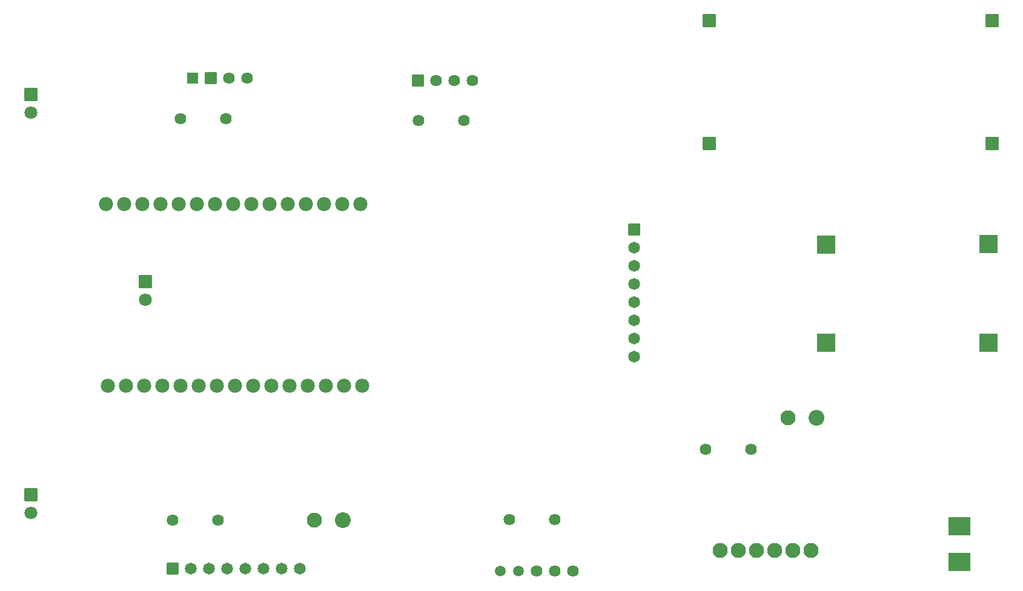
<source format=gbs>
G04 Layer: BottomSolderMaskLayer*
G04 EasyEDA v6.5.23, 2023-06-11 23:43:22*
G04 2b95388b78af4998b8b99e231a31c8e7,07531b1ef0a74d2492736d9a14bc6988,10*
G04 Gerber Generator version 0.2*
G04 Scale: 100 percent, Rotated: No, Reflected: No *
G04 Dimensions in millimeters *
G04 leading zeros omitted , absolute positions ,4 integer and 5 decimal *
%FSLAX45Y45*%
%MOMM*%

%AMMACRO1*1,1,$1,$2,$3*1,1,$1,$4,$5*1,1,$1,0-$2,0-$3*1,1,$1,0-$4,0-$5*20,1,$1,$2,$3,$4,$5,0*20,1,$1,$4,$5,0-$2,0-$3,0*20,1,$1,0-$2,0-$3,0-$4,0-$5,0*20,1,$1,0-$4,0-$5,$2,$3,0*4,1,4,$2,$3,$4,$5,0-$2,0-$3,0-$4,0-$5,$2,$3,0*%
%ADD10MACRO1,0.1016X-0.762X-0.762X-0.762X0.762*%
%ADD11C,1.6256*%
%ADD12C,1.9812*%
%ADD13MACRO1,0.102X0.77X0.77X0.77X-0.77*%
%ADD14C,1.6420*%
%ADD15C,1.5016*%
%ADD16MACRO1,0.2032X1.2X-1.2X-1.2X-1.2*%
%ADD17MACRO1,0.102X-0.77X0.77X0.77X0.77*%
%ADD18MACRO1,0.1016X-1.5X-1.2X-1.5X1.2*%
%ADD19C,2.1016*%
%ADD20C,2.2032*%
%ADD21C,1.8016*%
%ADD22MACRO1,0.1016X-0.85X0.85X0.85X0.85*%
%ADD23R,1.6256X1.6256*%

%LPD*%
D10*
G01*
X6870598Y4178401D03*
D11*
G01*
X7124598Y4178401D03*
G01*
X7378598Y4178401D03*
G01*
X7632598Y4178401D03*
D12*
G01*
X2539898Y-88798D03*
G01*
X2793898Y-88798D03*
G01*
X3047898Y-88798D03*
G01*
X3301898Y-88798D03*
G01*
X3555898Y-88798D03*
G01*
X4825898Y-88798D03*
G01*
X4571898Y-88798D03*
G01*
X4317898Y-88798D03*
G01*
X4063898Y-88798D03*
G01*
X3809898Y-88798D03*
G01*
X6095898Y-88798D03*
G01*
X5841898Y-88798D03*
G01*
X5587898Y-88798D03*
G01*
X5333898Y-88798D03*
G01*
X5079898Y-88798D03*
G01*
X5054498Y2451201D03*
G01*
X5308498Y2451201D03*
G01*
X5562498Y2451201D03*
G01*
X5816498Y2451201D03*
G01*
X6070498Y2451201D03*
G01*
X3784498Y2451201D03*
G01*
X4038498Y2451201D03*
G01*
X4292498Y2451201D03*
G01*
X4546498Y2451201D03*
G01*
X4800498Y2451201D03*
G01*
X3530498Y2451201D03*
G01*
X3276498Y2451201D03*
G01*
X3022498Y2451201D03*
G01*
X2768498Y2451201D03*
G01*
X2514498Y2451201D03*
D13*
G01*
X9893198Y2095601D03*
D14*
G01*
X9893198Y1841601D03*
G01*
X9893198Y1587601D03*
G01*
X9893198Y1333601D03*
G01*
X9893198Y1079601D03*
G01*
X9893198Y825601D03*
G01*
X9893198Y571601D03*
G01*
X9893198Y317601D03*
D15*
G01*
X8026298Y-2679598D03*
G01*
X8280298Y-2679598D03*
D11*
G01*
X8534298Y-2679598D03*
G01*
X8788298Y-2679598D03*
G01*
X9042298Y-2679598D03*
D16*
G01*
X12575001Y1889102D03*
G01*
X14844999Y1891002D03*
G01*
X12574998Y510999D03*
G01*
X14844999Y512899D03*
D17*
G01*
X3441598Y-2641498D03*
D14*
G01*
X3695598Y-2641498D03*
G01*
X3949598Y-2641498D03*
G01*
X4203598Y-2641498D03*
G01*
X4457598Y-2641498D03*
G01*
X4711598Y-2641498D03*
G01*
X4965598Y-2641498D03*
G01*
X5219598Y-2641498D03*
D18*
G01*
X14442297Y-2553698D03*
G01*
X14442297Y-2053699D03*
D11*
G01*
X3555898Y3645001D03*
G01*
X4190898Y3645001D03*
G01*
X7518298Y3619601D03*
G01*
X6883298Y3619601D03*
G01*
X3441598Y-1968398D03*
G01*
X4076598Y-1968398D03*
G01*
X8146999Y-1962099D03*
G01*
X8781999Y-1962099D03*
D19*
G01*
X12042698Y-533298D03*
D20*
G01*
X12442697Y-533298D03*
D19*
G01*
X5425998Y-1968398D03*
D20*
G01*
X5825997Y-1968398D03*
D11*
G01*
X11531498Y-977798D03*
G01*
X10896498Y-977798D03*
D21*
G01*
X3060598Y1117701D03*
D22*
G01*
X3060599Y1371700D03*
D21*
G01*
X1460398Y-1866798D03*
D22*
G01*
X1460399Y-1612799D03*
D23*
G01*
X3721100Y4216400D03*
D11*
G01*
X3975100Y4216400D03*
G01*
X4229100Y4216400D03*
G01*
X4483100Y4216400D03*
D21*
G01*
X1460500Y3733800D03*
D22*
G01*
X1460501Y3987798D03*
D19*
G01*
X11099800Y-2387600D03*
G01*
X11353800Y-2387600D03*
G01*
X11607800Y-2387600D03*
G01*
X11861800Y-2387600D03*
G01*
X12115800Y-2387600D03*
G01*
X12369800Y-2387600D03*
D10*
G01*
X3974998Y4216501D03*
D22*
G01*
X10947350Y5016549D03*
G01*
X10947299Y3301998D03*
G01*
X14897101Y5016600D03*
G01*
X14897101Y3301998D03*
M02*

</source>
